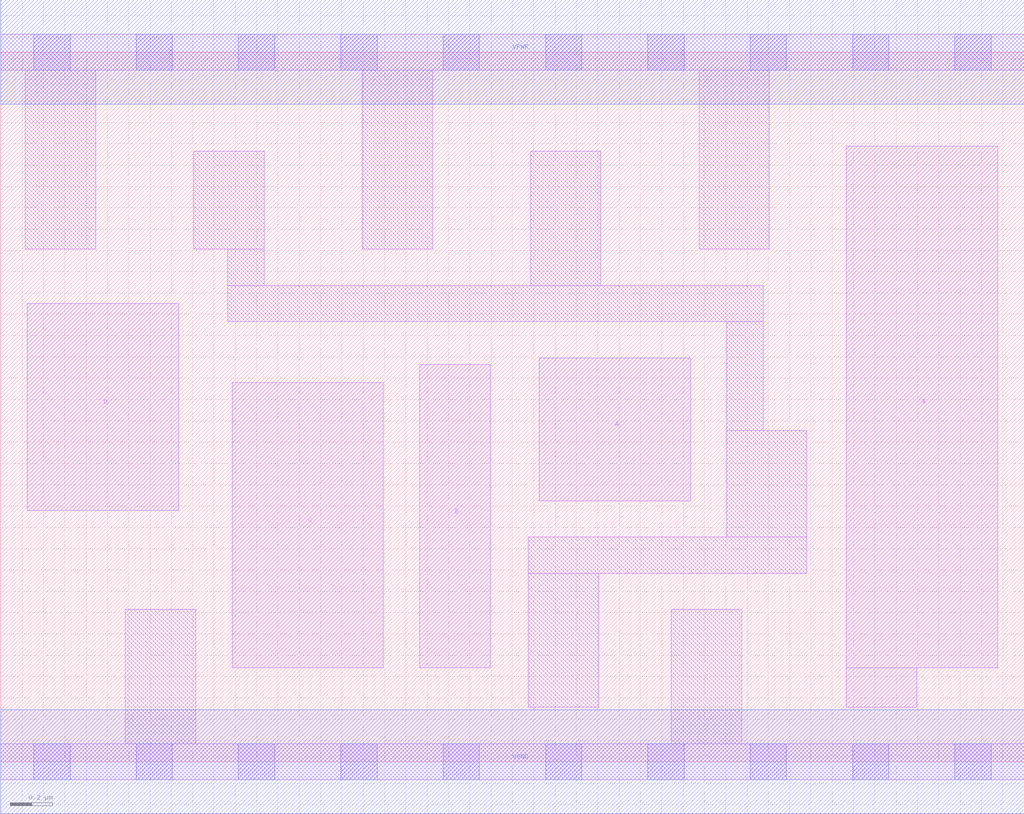
<source format=lef>
# Copyright 2020 The SkyWater PDK Authors
#
# Licensed under the Apache License, Version 2.0 (the "License");
# you may not use this file except in compliance with the License.
# You may obtain a copy of the License at
#
#     https://www.apache.org/licenses/LICENSE-2.0
#
# Unless required by applicable law or agreed to in writing, software
# distributed under the License is distributed on an "AS IS" BASIS,
# WITHOUT WARRANTIES OR CONDITIONS OF ANY KIND, either express or implied.
# See the License for the specific language governing permissions and
# limitations under the License.
#
# SPDX-License-Identifier: Apache-2.0

VERSION 5.7 ;
  NAMESCASESENSITIVE ON ;
  NOWIREEXTENSIONATPIN ON ;
  DIVIDERCHAR "/" ;
  BUSBITCHARS "[]" ;
UNITS
  DATABASE MICRONS 200 ;
END UNITS
MACRO sky130_fd_sc_lp__and4_lp
  CLASS CORE ;
  SOURCE USER ;
  FOREIGN sky130_fd_sc_lp__and4_lp ;
  ORIGIN  0.000000  0.000000 ;
  SIZE  4.800000 BY  3.330000 ;
  SYMMETRY X Y R90 ;
  SITE unit ;
  PIN A
    ANTENNAGATEAREA  0.189000 ;
    DIRECTION INPUT ;
    USE SIGNAL ;
    PORT
      LAYER li1 ;
        RECT 2.525000 1.225000 3.235000 1.895000 ;
    END
  END A
  PIN B
    ANTENNAGATEAREA  0.189000 ;
    DIRECTION INPUT ;
    USE SIGNAL ;
    PORT
      LAYER li1 ;
        RECT 1.965000 0.440000 2.295000 1.865000 ;
    END
  END B
  PIN C
    ANTENNAGATEAREA  0.189000 ;
    DIRECTION INPUT ;
    USE SIGNAL ;
    PORT
      LAYER li1 ;
        RECT 1.085000 0.440000 1.795000 1.780000 ;
    END
  END C
  PIN D
    ANTENNAGATEAREA  0.189000 ;
    DIRECTION INPUT ;
    USE SIGNAL ;
    PORT
      LAYER li1 ;
        RECT 0.125000 1.180000 0.835000 2.150000 ;
    END
  END D
  PIN X
    ANTENNADIFFAREA  0.239400 ;
    DIRECTION OUTPUT ;
    USE SIGNAL ;
    PORT
      LAYER li1 ;
        RECT 3.965000 0.255000 4.295000 0.440000 ;
        RECT 3.965000 0.440000 4.675000 2.890000 ;
    END
  END X
  PIN VGND
    DIRECTION INOUT ;
    USE GROUND ;
    PORT
      LAYER met1 ;
        RECT 0.000000 -0.245000 4.800000 0.245000 ;
    END
  END VGND
  PIN VPWR
    DIRECTION INOUT ;
    USE POWER ;
    PORT
      LAYER met1 ;
        RECT 0.000000 3.085000 4.800000 3.575000 ;
    END
  END VPWR
  OBS
    LAYER li1 ;
      RECT 0.000000 -0.085000 4.800000 0.085000 ;
      RECT 0.000000  3.245000 4.800000 3.415000 ;
      RECT 0.115000  2.405000 0.445000 3.245000 ;
      RECT 0.585000  0.085000 0.915000 0.715000 ;
      RECT 0.905000  2.405000 1.235000 2.865000 ;
      RECT 1.065000  2.065000 3.575000 2.235000 ;
      RECT 1.065000  2.235000 1.235000 2.405000 ;
      RECT 1.695000  2.405000 2.025000 3.245000 ;
      RECT 2.475000  0.255000 2.805000 0.885000 ;
      RECT 2.475000  0.885000 3.780000 1.055000 ;
      RECT 2.485000  2.235000 2.815000 2.865000 ;
      RECT 3.145000  0.085000 3.475000 0.715000 ;
      RECT 3.275000  2.405000 3.605000 3.245000 ;
      RECT 3.405000  1.055000 3.780000 1.555000 ;
      RECT 3.405000  1.555000 3.575000 2.065000 ;
    LAYER mcon ;
      RECT 0.155000 -0.085000 0.325000 0.085000 ;
      RECT 0.155000  3.245000 0.325000 3.415000 ;
      RECT 0.635000 -0.085000 0.805000 0.085000 ;
      RECT 0.635000  3.245000 0.805000 3.415000 ;
      RECT 1.115000 -0.085000 1.285000 0.085000 ;
      RECT 1.115000  3.245000 1.285000 3.415000 ;
      RECT 1.595000 -0.085000 1.765000 0.085000 ;
      RECT 1.595000  3.245000 1.765000 3.415000 ;
      RECT 2.075000 -0.085000 2.245000 0.085000 ;
      RECT 2.075000  3.245000 2.245000 3.415000 ;
      RECT 2.555000 -0.085000 2.725000 0.085000 ;
      RECT 2.555000  3.245000 2.725000 3.415000 ;
      RECT 3.035000 -0.085000 3.205000 0.085000 ;
      RECT 3.035000  3.245000 3.205000 3.415000 ;
      RECT 3.515000 -0.085000 3.685000 0.085000 ;
      RECT 3.515000  3.245000 3.685000 3.415000 ;
      RECT 3.995000 -0.085000 4.165000 0.085000 ;
      RECT 3.995000  3.245000 4.165000 3.415000 ;
      RECT 4.475000 -0.085000 4.645000 0.085000 ;
      RECT 4.475000  3.245000 4.645000 3.415000 ;
  END
END sky130_fd_sc_lp__and4_lp

</source>
